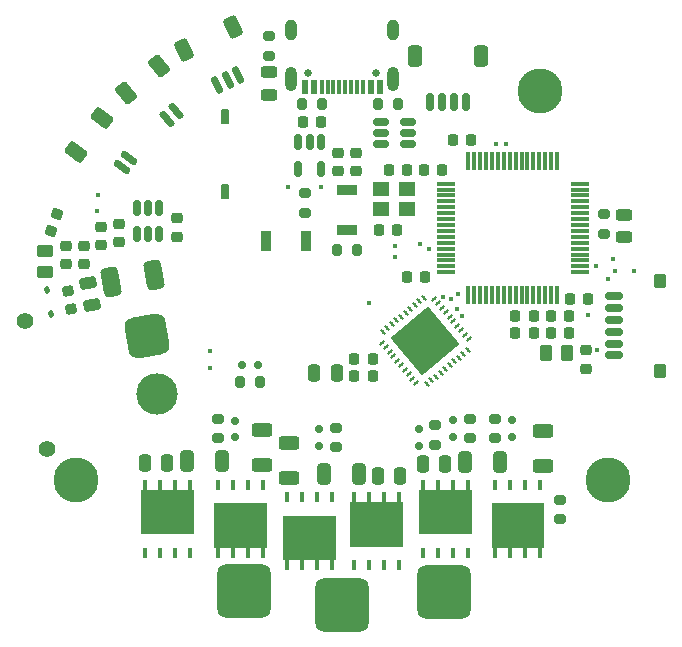
<source format=gts>
%TF.GenerationSoftware,KiCad,Pcbnew,8.0.7*%
%TF.CreationDate,2025-07-12T21:06:11-07:00*%
%TF.ProjectId,FOCdriver,464f4364-7269-4766-9572-2e6b69636164,1.0*%
%TF.SameCoordinates,Original*%
%TF.FileFunction,Soldermask,Top*%
%TF.FilePolarity,Negative*%
%FSLAX46Y46*%
G04 Gerber Fmt 4.6, Leading zero omitted, Abs format (unit mm)*
G04 Created by KiCad (PCBNEW 8.0.7) date 2025-07-12 21:06:11*
%MOMM*%
%LPD*%
G01*
G04 APERTURE LIST*
G04 Aperture macros list*
%AMRoundRect*
0 Rectangle with rounded corners*
0 $1 Rounding radius*
0 $2 $3 $4 $5 $6 $7 $8 $9 X,Y pos of 4 corners*
0 Add a 4 corners polygon primitive as box body*
4,1,4,$2,$3,$4,$5,$6,$7,$8,$9,$2,$3,0*
0 Add four circle primitives for the rounded corners*
1,1,$1+$1,$2,$3*
1,1,$1+$1,$4,$5*
1,1,$1+$1,$6,$7*
1,1,$1+$1,$8,$9*
0 Add four rect primitives between the rounded corners*
20,1,$1+$1,$2,$3,$4,$5,0*
20,1,$1+$1,$4,$5,$6,$7,0*
20,1,$1+$1,$6,$7,$8,$9,0*
20,1,$1+$1,$8,$9,$2,$3,0*%
%AMHorizOval*
0 Thick line with rounded ends*
0 $1 width*
0 $2 $3 position (X,Y) of the first rounded end (center of the circle)*
0 $4 $5 position (X,Y) of the second rounded end (center of the circle)*
0 Add line between two ends*
20,1,$1,$2,$3,$4,$5,0*
0 Add two circle primitives to create the rounded ends*
1,1,$1,$2,$3*
1,1,$1,$4,$5*%
%AMRotRect*
0 Rectangle, with rotation*
0 The origin of the aperture is its center*
0 $1 length*
0 $2 width*
0 $3 Rotation angle, in degrees counterclockwise*
0 Add horizontal line*
21,1,$1,$2,0,0,$3*%
G04 Aperture macros list end*
%ADD10C,0.000000*%
%ADD11R,4.445000X3.760000*%
%ADD12R,0.457200X0.965200*%
%ADD13RoundRect,0.200000X0.200000X0.275000X-0.200000X0.275000X-0.200000X-0.275000X0.200000X-0.275000X0*%
%ADD14RoundRect,0.250000X0.250000X0.475000X-0.250000X0.475000X-0.250000X-0.475000X0.250000X-0.475000X0*%
%ADD15C,0.400000*%
%ADD16RoundRect,0.225000X-0.250000X0.225000X-0.250000X-0.225000X0.250000X-0.225000X0.250000X0.225000X0*%
%ADD17RoundRect,0.112500X-0.143350X0.165116X-0.078232X-0.204187X0.143350X-0.165116X0.078232X0.204187X0*%
%ADD18C,3.800000*%
%ADD19RoundRect,0.150000X-0.408875X0.495930X-0.589419X0.256339X0.408875X-0.495930X0.589419X-0.256339X0*%
%ADD20RoundRect,0.250000X-0.308478X0.670702X-0.729748X0.111657X0.308478X-0.670702X0.729748X-0.111657X0*%
%ADD21RoundRect,0.225000X0.250000X-0.225000X0.250000X0.225000X-0.250000X0.225000X-0.250000X-0.225000X0*%
%ADD22RoundRect,0.225000X0.225000X0.250000X-0.225000X0.250000X-0.225000X-0.250000X0.225000X-0.250000X0*%
%ADD23RoundRect,0.200000X0.275000X-0.200000X0.275000X0.200000X-0.275000X0.200000X-0.275000X-0.200000X0*%
%ADD24RoundRect,0.075000X-0.700000X-0.075000X0.700000X-0.075000X0.700000X0.075000X-0.700000X0.075000X0*%
%ADD25RoundRect,0.075000X-0.075000X-0.700000X0.075000X-0.700000X0.075000X0.700000X-0.075000X0.700000X0*%
%ADD26C,0.550000*%
%ADD27C,1.800000*%
%ADD28RoundRect,0.675000X1.575000X-1.575000X1.575000X1.575000X-1.575000X1.575000X-1.575000X-1.575000X0*%
%ADD29RoundRect,0.150000X0.200000X-0.150000X0.200000X0.150000X-0.200000X0.150000X-0.200000X-0.150000X0*%
%ADD30RoundRect,0.250000X-0.325000X-0.650000X0.325000X-0.650000X0.325000X0.650000X-0.325000X0.650000X0*%
%ADD31RoundRect,0.225000X-0.225000X-0.250000X0.225000X-0.250000X0.225000X0.250000X-0.225000X0.250000X0*%
%ADD32RoundRect,0.150000X0.150000X0.625000X-0.150000X0.625000X-0.150000X-0.625000X0.150000X-0.625000X0*%
%ADD33RoundRect,0.250000X0.350000X0.650000X-0.350000X0.650000X-0.350000X-0.650000X0.350000X-0.650000X0*%
%ADD34RoundRect,0.250000X-0.262500X-0.450000X0.262500X-0.450000X0.262500X0.450000X-0.262500X0.450000X0*%
%ADD35RoundRect,0.243750X0.456250X-0.243750X0.456250X0.243750X-0.456250X0.243750X-0.456250X-0.243750X0*%
%ADD36RoundRect,0.250000X0.325000X0.650000X-0.325000X0.650000X-0.325000X-0.650000X0.325000X-0.650000X0*%
%ADD37RoundRect,0.114000X0.266000X0.521000X-0.266000X0.521000X-0.266000X-0.521000X0.266000X-0.521000X0*%
%ADD38RoundRect,0.250000X-0.250000X-0.475000X0.250000X-0.475000X0.250000X0.475000X-0.250000X0.475000X0*%
%ADD39RoundRect,0.150000X-0.512500X-0.150000X0.512500X-0.150000X0.512500X0.150000X-0.512500X0.150000X0*%
%ADD40RoundRect,0.250000X0.625000X-0.312500X0.625000X0.312500X-0.625000X0.312500X-0.625000X-0.312500X0*%
%ADD41RoundRect,0.250000X0.450000X-0.262500X0.450000X0.262500X-0.450000X0.262500X-0.450000X-0.262500X0*%
%ADD42C,1.400000*%
%ADD43RoundRect,0.770000X1.135287X-0.794936X0.794936X1.135287X-1.135287X0.794936X-0.794936X-1.135287X0*%
%ADD44C,3.500000*%
%ADD45C,0.650000*%
%ADD46R,0.600000X1.240000*%
%ADD47R,0.300000X1.240000*%
%ADD48O,1.000000X2.100000*%
%ADD49O,1.000000X1.800000*%
%ADD50RoundRect,0.200000X-0.275000X0.200000X-0.275000X-0.200000X0.275000X-0.200000X0.275000X0.200000X0*%
%ADD51R,1.700000X0.900000*%
%ADD52RoundRect,0.150000X-0.276753X0.580114X-0.509897X0.391318X0.276753X-0.580114X0.509897X-0.391318X0*%
%ADD53RoundRect,0.250000X-0.137057X0.725407X-0.681059X0.284883X0.137057X-0.725407X0.681059X-0.284883X0*%
%ADD54RoundRect,0.150000X-0.150000X-0.200000X0.150000X-0.200000X0.150000X0.200000X-0.150000X0.200000X0*%
%ADD55RoundRect,0.150000X-0.128190X0.629835X-0.400083X0.503050X0.128190X-0.629835X0.400083X-0.503050X0*%
%ADD56RoundRect,0.250000X0.042506X0.737016X-0.591910X0.441184X-0.042506X-0.737016X0.591910X-0.441184X0*%
%ADD57RoundRect,0.150000X-0.150000X0.512500X-0.150000X-0.512500X0.150000X-0.512500X0.150000X0.512500X0*%
%ADD58RoundRect,0.375000X0.217361X0.926825X-0.521245X0.796589X-0.217361X-0.926825X0.521245X-0.796589X0*%
%ADD59RoundRect,0.250000X0.511196X-0.163719X0.424372X0.328685X-0.511196X0.163719X-0.424372X-0.328685X0*%
%ADD60R,0.900000X1.700000*%
%ADD61HorizOval,0.230000X0.141717X0.118915X-0.141717X-0.118915X0*%
%ADD62HorizOval,0.230000X-0.118915X0.141717X0.118915X-0.141717X0*%
%ADD63C,0.499999*%
%ADD64RotRect,4.150000X4.150000X40.000000*%
%ADD65R,1.400000X1.200000*%
%ADD66RoundRect,0.225000X0.157969X-0.296936X0.311878X0.125926X-0.157969X0.296936X-0.311878X-0.125926X0*%
%ADD67RoundRect,0.150000X0.625000X-0.150000X0.625000X0.150000X-0.625000X0.150000X-0.625000X-0.150000X0*%
%ADD68RoundRect,0.208333X0.291667X-0.391667X0.291667X0.391667X-0.291667X0.391667X-0.291667X-0.391667X0*%
%ADD69RoundRect,0.225000X0.285273X-0.178170X0.207131X0.264994X-0.285273X0.178170X-0.207131X-0.264994X0*%
%ADD70RoundRect,0.200000X-0.200000X-0.275000X0.200000X-0.275000X0.200000X0.275000X-0.200000X0.275000X0*%
G04 APERTURE END LIST*
D10*
%TO.C,Q5*%
G36*
X110967500Y-67645800D02*
G01*
X106522500Y-67645800D01*
X106522500Y-63886600D01*
X110967500Y-63886600D01*
X110967500Y-67645800D01*
G37*
%TO.C,Q3*%
G36*
X105132500Y-68695800D02*
G01*
X100687500Y-68695800D01*
X100687500Y-64936600D01*
X105132500Y-64936600D01*
X105132500Y-68695800D01*
G37*
%TO.C,Q1*%
G36*
X87427500Y-67641400D02*
G01*
X82982500Y-67641400D01*
X82982500Y-63882200D01*
X87427500Y-63882200D01*
X87427500Y-67641400D01*
G37*
%TO.C,Q2*%
G36*
X93582500Y-68759000D02*
G01*
X89137500Y-68759000D01*
X89137500Y-64999800D01*
X93582500Y-64999800D01*
X93582500Y-68759000D01*
G37*
%TO.C,Q6*%
G36*
X117087500Y-68763400D02*
G01*
X112642500Y-68763400D01*
X112642500Y-65004200D01*
X117087500Y-65004200D01*
X117087500Y-68763400D01*
G37*
%TO.C,Q4*%
G36*
X99422500Y-69813400D02*
G01*
X94977500Y-69813400D01*
X94977500Y-66054200D01*
X99422500Y-66054200D01*
X99422500Y-69813400D01*
G37*
%TD*%
D11*
%TO.C,Q5*%
X108745000Y-65775000D03*
D12*
X106840000Y-63429400D03*
X108110000Y-63429400D03*
X109380000Y-63429400D03*
X110650000Y-63429400D03*
X110650000Y-69220600D03*
X106840000Y-69220600D03*
X108110000Y-69220600D03*
X109380000Y-69220600D03*
%TD*%
D11*
%TO.C,Q3*%
X102910000Y-66825000D03*
D12*
X101005000Y-64479400D03*
X102275000Y-64479400D03*
X103545000Y-64479400D03*
X104815000Y-64479400D03*
X104815000Y-70270600D03*
X101005000Y-70270600D03*
X102275000Y-70270600D03*
X103545000Y-70270600D03*
%TD*%
D11*
%TO.C,Q1*%
X85205000Y-65770600D03*
D12*
X83300000Y-63425000D03*
X84570000Y-63425000D03*
X85840000Y-63425000D03*
X87110000Y-63425000D03*
X87110000Y-69216200D03*
X83300000Y-69216200D03*
X84570000Y-69216200D03*
X85840000Y-69216200D03*
%TD*%
D11*
%TO.C,Q2*%
X91360000Y-66870600D03*
D12*
X93265000Y-69216200D03*
X91995000Y-69216200D03*
X90725000Y-69216200D03*
X89455000Y-69216200D03*
X89455000Y-63425000D03*
X93265000Y-63425000D03*
X91995000Y-63425000D03*
X90725000Y-63425000D03*
%TD*%
D11*
%TO.C,Q6*%
X114865000Y-66875000D03*
D12*
X116770000Y-69220600D03*
X115500000Y-69220600D03*
X114230000Y-69220600D03*
X112960000Y-69220600D03*
X112960000Y-63429400D03*
X116770000Y-63429400D03*
X115500000Y-63429400D03*
X114230000Y-63429400D03*
%TD*%
D11*
%TO.C,Q4*%
X97200000Y-67925000D03*
D12*
X99105000Y-70270600D03*
X97835000Y-70270600D03*
X96565000Y-70270600D03*
X95295000Y-70270600D03*
X95295000Y-64479400D03*
X99105000Y-64479400D03*
X97835000Y-64479400D03*
X96565000Y-64479400D03*
%TD*%
D13*
%TO.C,R5*%
X98245000Y-31225000D03*
X96595000Y-31225000D03*
%TD*%
D14*
%TO.C,C48*%
X99540000Y-53960000D03*
X97640000Y-53960000D03*
%TD*%
D15*
%TO.C,TP22*%
X123125000Y-45375000D03*
%TD*%
%TO.C,TP24*%
X110100000Y-49125000D03*
%TD*%
D16*
%TO.C,C22*%
X78100000Y-43225000D03*
X78100000Y-44775000D03*
%TD*%
D17*
%TO.C,D2*%
X74985338Y-46931904D03*
X75350000Y-49000000D03*
%TD*%
D18*
%TO.C,H1*%
X122516661Y-63000000D03*
%TD*%
D19*
%TO.C,J11*%
X81932291Y-35758935D03*
X81330476Y-36557572D03*
D20*
X79619937Y-32388677D03*
X77453403Y-35263765D03*
%TD*%
D15*
%TO.C,TP6*%
X120800000Y-49100000D03*
%TD*%
D18*
%TO.C,H3*%
X116712478Y-30082844D03*
%TD*%
D21*
%TO.C,C54*%
X99675000Y-36900000D03*
X99675000Y-35350000D03*
%TD*%
D22*
%TO.C,C1*%
X108450000Y-36825000D03*
X106900000Y-36825000D03*
%TD*%
D23*
%TO.C,R14*%
X122125000Y-42175000D03*
X122125000Y-40525000D03*
%TD*%
D24*
%TO.C,U1*%
X108750000Y-37950000D03*
X108750000Y-38450000D03*
X108750000Y-38950000D03*
X108750000Y-39450000D03*
X108750000Y-39950000D03*
X108750000Y-40450000D03*
X108750000Y-40950000D03*
X108750000Y-41450000D03*
X108750000Y-41950000D03*
X108750000Y-42450000D03*
X108750000Y-42950000D03*
X108750000Y-43450000D03*
X108750000Y-43950000D03*
X108750000Y-44450000D03*
X108750000Y-44950000D03*
X108750000Y-45450000D03*
D25*
X110675000Y-47375000D03*
X111175000Y-47375000D03*
X111675000Y-47375000D03*
X112175000Y-47375000D03*
X112675000Y-47375000D03*
X113175000Y-47375000D03*
X113675000Y-47375000D03*
X114175000Y-47375000D03*
X114675000Y-47375000D03*
X115175000Y-47375000D03*
X115675000Y-47375000D03*
X116175000Y-47375000D03*
X116675000Y-47375000D03*
X117175000Y-47375000D03*
X117675000Y-47375000D03*
X118175000Y-47375000D03*
D24*
X120100000Y-45450000D03*
X120100000Y-44950000D03*
X120100000Y-44450000D03*
X120100000Y-43950000D03*
X120100000Y-43450000D03*
X120100000Y-42950000D03*
X120100000Y-42450000D03*
X120100000Y-41950000D03*
X120100000Y-41450000D03*
X120100000Y-40950000D03*
X120100000Y-40450000D03*
X120100000Y-39950000D03*
X120100000Y-39450000D03*
X120100000Y-38950000D03*
X120100000Y-38450000D03*
X120100000Y-37950000D03*
D25*
X118175000Y-36025000D03*
X117675000Y-36025000D03*
X117175000Y-36025000D03*
X116675000Y-36025000D03*
X116175000Y-36025000D03*
X115675000Y-36025000D03*
X115175000Y-36025000D03*
X114675000Y-36025000D03*
X114175000Y-36025000D03*
X113675000Y-36025000D03*
X113175000Y-36025000D03*
X112675000Y-36025000D03*
X112175000Y-36025000D03*
X111675000Y-36025000D03*
X111175000Y-36025000D03*
X110675000Y-36025000D03*
%TD*%
D26*
%TO.C,J4*%
X91150000Y-74450000D03*
X91650000Y-74450000D03*
X92150000Y-74450000D03*
X91150000Y-74050000D03*
X91650000Y-74050000D03*
X92150000Y-74050000D03*
D27*
X90300000Y-73825000D03*
X93000000Y-73825000D03*
D26*
X91150000Y-73650000D03*
X91650000Y-73650000D03*
X92150000Y-73650000D03*
X89675000Y-72975000D03*
X90075000Y-72975000D03*
X90475000Y-72975000D03*
X92825000Y-72975000D03*
X93225000Y-72975000D03*
X93625000Y-72975000D03*
X89675000Y-72475000D03*
X90075000Y-72475000D03*
X90475000Y-72475000D03*
D28*
X91650000Y-72475000D03*
D26*
X92825000Y-72475000D03*
X93225000Y-72475000D03*
X93625000Y-72475000D03*
X89675000Y-71975000D03*
X90075000Y-71975000D03*
X90475000Y-71975000D03*
X92825000Y-71975000D03*
X93225000Y-71975000D03*
X93625000Y-71975000D03*
X91150000Y-71300000D03*
X91650000Y-71300000D03*
X92150000Y-71300000D03*
D27*
X90300000Y-71125000D03*
X93000000Y-71125000D03*
D26*
X91150000Y-70900000D03*
X91650000Y-70900000D03*
X92150000Y-70900000D03*
X91150000Y-70500000D03*
X91650000Y-70500000D03*
X92150000Y-70500000D03*
%TD*%
D29*
%TO.C,D7*%
X90950000Y-58005000D03*
X90950000Y-59405000D03*
%TD*%
D22*
%TO.C,C4*%
X107000000Y-45825000D03*
X105450000Y-45825000D03*
%TD*%
D15*
%TO.C,TP14*%
X109200000Y-47700000D03*
%TD*%
D23*
%TO.C,R1*%
X96800000Y-40400000D03*
X96800000Y-38750000D03*
%TD*%
D15*
%TO.C,TP16*%
X107350000Y-43450000D03*
%TD*%
D30*
%TO.C,C58*%
X98470000Y-62520600D03*
X101420000Y-62520600D03*
%TD*%
D29*
%TO.C,D10*%
X109350000Y-57979400D03*
X109350000Y-59379400D03*
%TD*%
D15*
%TO.C,TP17*%
X102250000Y-48050000D03*
%TD*%
D31*
%TO.C,C9*%
X117625000Y-50580000D03*
X119175000Y-50580000D03*
%TD*%
D32*
%TO.C,J2*%
X110450000Y-31000000D03*
X109450000Y-31000000D03*
X108450000Y-31000000D03*
X107450000Y-31000000D03*
D33*
X111750000Y-27125000D03*
X106150000Y-27125000D03*
%TD*%
D16*
%TO.C,C46*%
X120625000Y-52075000D03*
X120625000Y-53625000D03*
%TD*%
D34*
%TO.C,FB2*%
X117237500Y-52300000D03*
X119062500Y-52300000D03*
%TD*%
D23*
%TO.C,R19*%
X99490000Y-60250000D03*
X99490000Y-58600000D03*
%TD*%
D31*
%TO.C,C3*%
X119275000Y-47675000D03*
X120825000Y-47675000D03*
%TD*%
D15*
%TO.C,TP26*%
X112975000Y-34600000D03*
%TD*%
D29*
%TO.C,D8*%
X106450000Y-58747500D03*
X106450000Y-60147500D03*
%TD*%
D35*
%TO.C,D4*%
X93750000Y-30408750D03*
X93750000Y-28533750D03*
%TD*%
D36*
%TO.C,C60*%
X113325000Y-61520600D03*
X110375000Y-61520600D03*
%TD*%
D37*
%TO.C,SW1*%
X90100000Y-32315000D03*
X90100000Y-38665000D03*
%TD*%
D15*
%TO.C,TP11*%
X104500000Y-43200000D03*
%TD*%
D13*
%TO.C,R2*%
X101225000Y-43600000D03*
X99575000Y-43600000D03*
%TD*%
D31*
%TO.C,C53*%
X96650000Y-32750000D03*
X98200000Y-32750000D03*
%TD*%
D18*
%TO.C,H2*%
X77483340Y-63000000D03*
%TD*%
D38*
%TO.C,C61*%
X106820000Y-61720600D03*
X108720000Y-61720600D03*
%TD*%
D39*
%TO.C,U4*%
X103292500Y-32700000D03*
X103292500Y-33650000D03*
X103292500Y-34600000D03*
X105567500Y-34600000D03*
X105567500Y-33650000D03*
X105567500Y-32700000D03*
%TD*%
D31*
%TO.C,C44*%
X101010000Y-52790000D03*
X102559998Y-52790000D03*
%TD*%
D40*
%TO.C,R17*%
X93220295Y-61775000D03*
X93220295Y-58850000D03*
%TD*%
D41*
%TO.C,FB1*%
X74850000Y-45450000D03*
X74850000Y-43625000D03*
%TD*%
D42*
%TO.C,J3*%
X75001225Y-60451900D03*
X73091095Y-49619015D03*
D43*
X83460117Y-50836956D03*
D44*
X84328358Y-55760995D03*
%TD*%
D26*
%TO.C,J5*%
X99500000Y-75600000D03*
X100000000Y-75600000D03*
X100500000Y-75600000D03*
X99500000Y-75200000D03*
X100000000Y-75200000D03*
X100500000Y-75200000D03*
D27*
X98650000Y-74975000D03*
X101350000Y-74975000D03*
D26*
X99500000Y-74800000D03*
X100000000Y-74800000D03*
X100500000Y-74800000D03*
X98025000Y-74125000D03*
X98425000Y-74125000D03*
X98825000Y-74125000D03*
X101175000Y-74125000D03*
X101575000Y-74125000D03*
X101975000Y-74125000D03*
X98025000Y-73625000D03*
X98425000Y-73625000D03*
X98825000Y-73625000D03*
D28*
X100000000Y-73625000D03*
D26*
X101175000Y-73625000D03*
X101575000Y-73625000D03*
X101975000Y-73625000D03*
X98025000Y-73125000D03*
X98425000Y-73125000D03*
X98825000Y-73125000D03*
X101175000Y-73125000D03*
X101575000Y-73125000D03*
X101975000Y-73125000D03*
X99500000Y-72450000D03*
X100000000Y-72450000D03*
X100500000Y-72450000D03*
D27*
X98650000Y-72275000D03*
X101350000Y-72275000D03*
D26*
X99500000Y-72050000D03*
X100000000Y-72050000D03*
X100500000Y-72050000D03*
X99500000Y-71650000D03*
X100000000Y-71650000D03*
X100500000Y-71650000D03*
%TD*%
D31*
%TO.C,C6*%
X103100000Y-41850000D03*
X104650000Y-41850000D03*
%TD*%
D45*
%TO.C,J1*%
X102890000Y-28605000D03*
X97110000Y-28605000D03*
D46*
X103200000Y-29725000D03*
X102400000Y-29725000D03*
D47*
X101250000Y-29725000D03*
X100250000Y-29725000D03*
X99750000Y-29725000D03*
X98750000Y-29725000D03*
D46*
X97600000Y-29725000D03*
X96800000Y-29725000D03*
X96800000Y-29725000D03*
X97600000Y-29725000D03*
D47*
X98250000Y-29725000D03*
X99250000Y-29725000D03*
X100750000Y-29725000D03*
X101750000Y-29725000D03*
D46*
X102400000Y-29725000D03*
X103200000Y-29725000D03*
D48*
X104320000Y-29125000D03*
D49*
X104320000Y-24925000D03*
D48*
X95680000Y-29125000D03*
D49*
X95680000Y-24925000D03*
%TD*%
D31*
%TO.C,C47*%
X101010000Y-54260000D03*
X102560002Y-54260000D03*
%TD*%
D50*
%TO.C,R13*%
X93750000Y-25478750D03*
X93750000Y-27128750D03*
%TD*%
D16*
%TO.C,C18*%
X85975000Y-40875000D03*
X85975000Y-42425000D03*
%TD*%
D23*
%TO.C,R18*%
X107880000Y-60075000D03*
X107880000Y-58425000D03*
%TD*%
D38*
%TO.C,C57*%
X83260000Y-61620600D03*
X85160000Y-61620600D03*
%TD*%
D31*
%TO.C,C8*%
X114650000Y-49125000D03*
X116200000Y-49125000D03*
%TD*%
D40*
%TO.C,R23*%
X116975000Y-61845600D03*
X116975000Y-58920600D03*
%TD*%
D51*
%TO.C,SW2(B3U-1000)1*%
X100425000Y-41900000D03*
X100425000Y-38500000D03*
%TD*%
D26*
%TO.C,J6*%
X108150000Y-74475000D03*
X108650000Y-74475000D03*
X109150000Y-74475000D03*
X108150000Y-74075000D03*
X108650000Y-74075000D03*
X109150000Y-74075000D03*
D27*
X107300000Y-73850000D03*
X110000000Y-73850000D03*
D26*
X108150000Y-73675000D03*
X108650000Y-73675000D03*
X109150000Y-73675000D03*
X106675000Y-73000000D03*
X107075000Y-73000000D03*
X107475000Y-73000000D03*
X109825000Y-73000000D03*
X110225000Y-73000000D03*
X110625000Y-73000000D03*
X106675000Y-72500000D03*
X107075000Y-72500000D03*
X107475000Y-72500000D03*
D28*
X108650000Y-72500000D03*
D26*
X109825000Y-72500000D03*
X110225000Y-72500000D03*
X110625000Y-72500000D03*
X106675000Y-72000000D03*
X107075000Y-72000000D03*
X107475000Y-72000000D03*
X109825000Y-72000000D03*
X110225000Y-72000000D03*
X110625000Y-72000000D03*
X108150000Y-71325000D03*
X108650000Y-71325000D03*
X109150000Y-71325000D03*
D27*
X107300000Y-71150000D03*
X110000000Y-71150000D03*
D26*
X108150000Y-70925000D03*
X108650000Y-70925000D03*
X109150000Y-70925000D03*
X108150000Y-70525000D03*
X108650000Y-70525000D03*
X109150000Y-70525000D03*
%TD*%
D52*
%TO.C,J10*%
X85914204Y-31810983D03*
X85137058Y-32440303D03*
D53*
X84485877Y-27981426D03*
X81688152Y-30246979D03*
%TD*%
D15*
%TO.C,TP9*%
X106600000Y-43100000D03*
%TD*%
D54*
%TO.C,D6*%
X92875000Y-53285000D03*
X91475000Y-53285000D03*
%TD*%
D15*
%TO.C,TP7*%
X98200000Y-38200000D03*
%TD*%
%TO.C,TP13*%
X109775000Y-47275000D03*
%TD*%
D21*
%TO.C,C55*%
X101175000Y-36900000D03*
X101175000Y-35350000D03*
%TD*%
D23*
%TO.C,R16*%
X89468600Y-59525000D03*
X89468600Y-57875000D03*
%TD*%
D55*
%TO.C,J9*%
X91186087Y-28732302D03*
X90279780Y-29154921D03*
X89373472Y-29577539D03*
D56*
X90726642Y-24670956D03*
X86557626Y-26615000D03*
%TD*%
D15*
%TO.C,TP1*%
X88800000Y-53600000D03*
%TD*%
D36*
%TO.C,C56*%
X89775000Y-61470600D03*
X86825000Y-61470600D03*
%TD*%
D29*
%TO.C,D11*%
X114400000Y-57975000D03*
X114400000Y-59375000D03*
%TD*%
D15*
%TO.C,TP10*%
X104500000Y-44200000D03*
%TD*%
D57*
%TO.C,U7*%
X84500000Y-39975002D03*
X83550000Y-39975001D03*
X82600000Y-39975001D03*
X82600000Y-42250000D03*
X83550000Y-42250001D03*
X84500000Y-42250001D03*
%TD*%
D15*
%TO.C,TP27*%
X113825000Y-34600000D03*
%TD*%
D58*
%TO.C,L1*%
X84093788Y-45657502D03*
X80450000Y-46300000D03*
%TD*%
D31*
%TO.C,C51*%
X109350000Y-34225000D03*
X110900000Y-34225000D03*
%TD*%
D29*
%TO.C,D9*%
X98020000Y-58745000D03*
X98020000Y-60145000D03*
%TD*%
D15*
%TO.C,TP25*%
X121500000Y-44950000D03*
%TD*%
%TO.C,TP2*%
X88800000Y-52100000D03*
%TD*%
%TO.C,TP15*%
X108536210Y-47525224D03*
%TD*%
D57*
%TO.C,U6*%
X98175000Y-34425000D03*
X97225000Y-34425000D03*
X96275000Y-34425000D03*
X96275000Y-36700000D03*
X98175000Y-36700000D03*
%TD*%
D23*
%TO.C,R21*%
X110820000Y-59500000D03*
X110820000Y-57850000D03*
%TD*%
D13*
%TO.C,R4*%
X104675000Y-31225000D03*
X103025000Y-31225000D03*
%TD*%
D15*
%TO.C,TP8*%
X95400000Y-38200000D03*
%TD*%
%TO.C,TP20*%
X122875000Y-44350000D03*
%TD*%
D50*
%TO.C,TH1*%
X118420000Y-64695000D03*
X118420000Y-66345000D03*
%TD*%
D59*
%TO.C,C19*%
X78779932Y-48221134D03*
X78450000Y-46350000D03*
%TD*%
D60*
%TO.C,SW1(B3U-1000)1*%
X96900000Y-42800000D03*
X93500000Y-42800000D03*
%TD*%
D35*
%TO.C,D5*%
X123875000Y-42487500D03*
X123875000Y-40612500D03*
%TD*%
D61*
%TO.C,U3*%
X103356944Y-51408284D03*
X103678337Y-51791305D03*
X103999732Y-52174329D03*
X104321126Y-52557350D03*
X104642520Y-52940373D03*
X104963914Y-53323396D03*
X105285306Y-53706416D03*
X105606701Y-54089440D03*
X105928095Y-54472461D03*
X106249490Y-54855485D03*
D62*
X107165228Y-54935602D03*
X107548249Y-54614209D03*
X107931273Y-54292814D03*
X108314294Y-53971420D03*
X108697317Y-53650026D03*
X109080340Y-53328632D03*
X109463360Y-53007240D03*
X109846384Y-52685845D03*
X110229405Y-52364451D03*
X110612429Y-52043056D03*
D61*
X110692546Y-51127318D03*
X110371151Y-50744295D03*
X110049758Y-50361273D03*
X109728363Y-49978249D03*
X109406970Y-49595229D03*
X109085576Y-49212206D03*
X108764182Y-48829183D03*
X108442789Y-48446162D03*
X108121394Y-48063138D03*
X107800000Y-47680117D03*
D62*
X106884262Y-47600000D03*
X106501239Y-47921395D03*
X106118217Y-48242788D03*
X105735193Y-48564183D03*
X105352173Y-48885576D03*
X104969150Y-49206970D03*
X104586127Y-49528364D03*
X104203106Y-49849757D03*
X103820082Y-50171152D03*
X103437061Y-50492546D03*
D63*
X105186404Y-51916148D03*
X106067023Y-52965629D03*
X105326917Y-50310079D03*
X106059695Y-51183370D03*
X106940314Y-52232851D03*
X107673092Y-53106142D03*
D64*
X107024745Y-51267801D03*
D63*
X106376398Y-49429460D03*
X107109176Y-50302751D03*
X107989795Y-51352232D03*
X108722573Y-52225523D03*
X107982467Y-49569973D03*
X108863086Y-50619454D03*
%TD*%
D15*
%TO.C,TP5*%
X79300000Y-38900000D03*
%TD*%
D65*
%TO.C,Y1*%
X105475000Y-38425000D03*
X103275000Y-38425000D03*
X103275000Y-40125000D03*
X105475000Y-40125000D03*
%TD*%
D15*
%TO.C,TP4*%
X121550000Y-52000000D03*
%TD*%
%TO.C,TP12*%
X109700000Y-48600000D03*
%TD*%
D66*
%TO.C,C10*%
X75300000Y-41950000D03*
X75830132Y-40493476D03*
%TD*%
D23*
%TO.C,R22*%
X112920000Y-59508100D03*
X112920000Y-57858100D03*
%TD*%
D40*
%TO.C,R20*%
X95500000Y-62833100D03*
X95500000Y-59908100D03*
%TD*%
D22*
%TO.C,C7*%
X105475000Y-36825000D03*
X103925000Y-36825000D03*
%TD*%
D15*
%TO.C,TP21*%
X124725000Y-45350000D03*
%TD*%
D31*
%TO.C,C5*%
X117625000Y-49125000D03*
X119175000Y-49125000D03*
%TD*%
D14*
%TO.C,C59*%
X104920000Y-62670600D03*
X103020000Y-62670600D03*
%TD*%
D16*
%TO.C,C23*%
X76600000Y-43225000D03*
X76600000Y-44775000D03*
%TD*%
D15*
%TO.C,TP23*%
X122475000Y-46000000D03*
%TD*%
D21*
%TO.C,C21*%
X79600000Y-43150000D03*
X79600000Y-41600000D03*
%TD*%
D31*
%TO.C,C45*%
X114650000Y-50580000D03*
X116200000Y-50580000D03*
%TD*%
D67*
%TO.C,J8*%
X123000000Y-52500000D03*
X123000000Y-51500000D03*
X123000000Y-50500000D03*
X123000000Y-49500000D03*
X123000000Y-48500000D03*
X123000000Y-47500000D03*
D68*
X126875000Y-53800000D03*
X126875000Y-46200000D03*
%TD*%
D69*
%TO.C,C63*%
X77050000Y-48576452D03*
X76780846Y-47050000D03*
%TD*%
D15*
%TO.C,TP3*%
X79200000Y-40300000D03*
%TD*%
D70*
%TO.C,R15*%
X91350000Y-54750000D03*
X93000000Y-54750000D03*
%TD*%
D21*
%TO.C,C20*%
X81100000Y-42900000D03*
X81100000Y-41350000D03*
%TD*%
M02*

</source>
